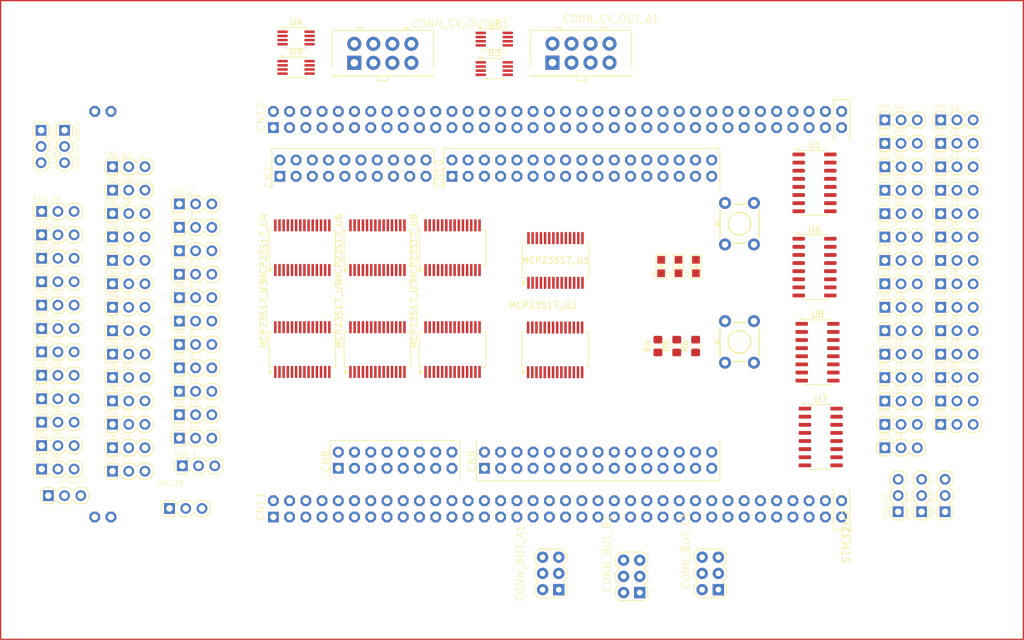
<source format=kicad_pcb>
(kicad_pcb (version 20241229) (generator "pcbnew") (generator_version "9.0")
  (layers (0 "F.Cu" signal) (2 "B.Cu" signal) (13 "F.Paste" user) (15 "B.Paste" user) (5 "F.SilkS" user "F.Silkscreen") (7 "B.SilkS" user "B.Silkscreen") (1 "F.Mask" user) (3 "B.Mask" user) (25 "Edge.Cuts" user))
  (net 0 "")
  (net 1 "GND")
  (net 2 "/BUT_8")
  (net 3 "/BUT_9")
  (net 4 "/CV_OUT_4")
  (net 5 "/CV_OUT_3")
  (net 6 "/CV_OUT_2")
  (net 7 "/CV_OUT_1")
  (net 8 "/CV_OUT_6")
  (net 9 "/CV_OUT_7")
  (net 10 "/CV_OUT_5")
  (net 11 "/CV_OUT_8")
  (net 12 "Net-(D1-PadA)")
  (net 13 "Net-(D2-PadA)")
  (net 14 "Net-(D3-PadA)")
  (net 15 "Net-(MCP23S17_U5-GPB1)")
  (net 16 "Net-(MCP23S17_U5-GPB0)")
  (net 17 "Net-(MCP23S17_U5-GPB2)")
  (net 18 "Net-(MCP23S17_U5-GPB5)")
  (net 19 "Net-(MCP23S17_U5-GPB3)")
  (net 20 "Net-(MCP23S17_U5-GPB4)")
  (net 21 "Net-(MCP23S17_U5-GPB6)")
  (net 22 "Net-(MCP23S17_U5-GPB7)")
  (net 23 "Net-(MCP23S17_U5-GPA0)")
  (net 24 "Net-(MCP23S17_U5-GPA2)")
  (net 25 "Net-(MCP23S17_U5-GPA1)")
  (net 26 "Net-(MCP23S17_U5-GPA3)")
  (net 27 "Net-(MCP23S17_U5-GPA4)")
  (net 28 "Net-(MCP23S17_U5-GPA5)")
  (net 29 "Net-(MCP23S17_U5-GPA6)")
  (net 30 "Net-(MCP23S17_U6-GPB1)")
  (net 31 "Net-(MCP23S17_U6-GPB0)")
  (net 32 "Net-(MCP23S17_U6-GPB2)")
  (net 33 "Net-(MCP23S17_U6-GPA0)")
  (net 34 "Net-(MCP23S17_U6-GPB6)")
  (net 35 "Net-(MCP23S17_U6-GPB7)")
  (net 36 "Net-(MCP23S17_U6-GPA4)")
  (net 37 "Net-(MCP23S17_U6-GPA5)")
  (net 38 "Net-(MCP23S17_U6-GPA6)")
  (net 39 "Net-(MCP23S17_U6-GPB4)")
  (net 40 "Net-(MCP23S17_U6-GPB3)")
  (net 41 "Net-(MCP23S17_U6-GPB5)")
  (net 42 "Net-(MCP23S17_U6-GPA3)")
  (net 43 "Net-(MCP23S17_U6-GPA1)")
  (net 44 "Net-(MCP23S17_U6-GPA2)")
  (net 45 "Net-(MCP23S17_U7-GPB0)")
  (net 46 "Net-(MCP23S17_U7-GPB2)")
  (net 47 "Net-(MCP23S17_U7-GPB1)")
  (net 48 "Net-(MCP23S17_U7-GPB6)")
  (net 49 "Net-(MCP23S17_U7-GPA0)")
  (net 50 "Net-(MCP23S17_U7-GPB7)")
  (net 51 "Net-(MCP23S17_U7-GPA6)")
  (net 52 "Net-(MCP23S17_U7-GPA5)")
  (net 53 "Net-(MCP23S17_U7-GPA4)")
  (net 54 "Net-(MCP23S17_U7-GPB3)")
  (net 55 "Net-(MCP23S17_U7-GPB4)")
  (net 56 "Net-(MCP23S17_U7-GPB5)")
  (net 57 "Net-(MCP23S17_U7-GPA3)")
  (net 58 "Net-(MCP23S17_U7-GPA2)")
  (net 59 "Net-(MCP23S17_U7-GPA1)")
  (net 60 "Net-(MCP23S17_U8-GPB1)")
  (net 61 "Net-(MCP23S17_U8-GPB2)")
  (net 62 "Net-(MCP23S17_U8-GPB0)")
  (net 63 "Net-(MCP23S17_U8-GPB7)")
  (net 64 "Net-(MCP23S17_U8-GPB6)")
  (net 65 "Net-(MCP23S17_U8-GPA0)")
  (net 66 "Net-(MCP23S17_U8-GPA4)")
  (net 67 "Net-(MCP23S17_U8-GPA5)")
  (net 68 "Net-(MCP23S17_U8-GPA6)")
  (net 69 "Net-(MCP23S17_U8-GPB4)")
  (net 70 "Net-(MCP23S17_U8-GPB5)")
  (net 71 "Net-(MCP23S17_U8-GPB3)")
  (net 72 "Net-(MCP23S17_U8-GPA2)")
  (net 73 "Net-(MCP23S17_U8-GPA3)")
  (net 74 "Net-(MCP23S17_U8-GPA1)")
  (net 75 "Net-(MCP23S17_U1-GPB2)")
  (net 76 "Net-(MCP23S17_U1-GPB0)")
  (net 77 "Net-(MCP23S17_U1-GPB1)")
  (net 78 "Net-(MCP23S17_U1-GPB6)")
  (net 79 "Net-(MCP23S17_U1-GPA0)")
  (net 80 "Net-(MCP23S17_U1-GPB7)")
  (net 81 "Net-(MCP23S17_U1-GPA5)")
  (net 82 "Net-(MCP23S17_U1-GPA6)")
  (net 83 "Net-(MCP23S17_U1-GPA4)")
  (net 84 "Net-(MCP23S17_U1-GPB4)")
  (net 85 "Net-(MCP23S17_U1-GPB3)")
  (net 86 "Net-(MCP23S17_U1-GPB5)")
  (net 87 "Net-(MCP23S17_U1-GPA3)")
  (net 88 "Net-(MCP23S17_U1-GPA1)")
  (net 89 "Net-(MCP23S17_U1-GPA2)")
  (net 90 "Net-(MCP23S17_U2-GPB3)")
  (net 91 "Net-(MCP23S17_U2-GPB5)")
  (net 92 "Net-(MCP23S17_U2-GPB4)")
  (net 93 "Net-(MCP23S17_U2-GPA3)")
  (net 94 "Net-(MCP23S17_U2-GPA2)")
  (net 95 "Net-(MCP23S17_U2-GPA1)")
  (net 96 "Net-(MCP23S17_U2-GPB1)")
  (net 97 "Net-(MCP23S17_U2-GPB2)")
  (net 98 "Net-(MCP23S17_U2-GPB0)")
  (net 99 "Net-(MCP23S17_U2-GPB6)")
  (net 100 "Net-(MCP23S17_U2-GPB7)")
  (net 101 "Net-(MCP23S17_U2-GPA0)")
  (net 102 "Net-(MCP23S17_U2-GPA4)")
  (net 103 "Net-(MCP23S17_U2-GPA6)")
  (net 104 "Net-(MCP23S17_U2-GPA5)")
  (net 105 "Net-(MCP23S17_U3-GPB4)")
  (net 106 "Net-(MCP23S17_U3-GPB5)")
  (net 107 "Net-(MCP23S17_U3-GPB3)")
  (net 108 "Net-(MCP23S17_U3-GPA2)")
  (net 109 "Net-(MCP23S17_U3-GPA1)")
  (net 110 "Net-(MCP23S17_U3-GPA3)")
  (net 111 "Net-(MCP23S17_U3-GPB0)")
  (net 112 "Net-(MCP23S17_U3-GPB1)")
  (net 113 "Net-(MCP23S17_U3-GPB2)")
  (net 114 "Net-(MCP23S17_U3-GPA0)")
  (net 115 "Net-(MCP23S17_U3-GPB7)")
  (net 116 "Net-(MCP23S17_U3-GPB6)")
  (net 117 "Net-(MCP23S17_U3-GPA5)")
  (net 118 "Net-(MCP23S17_U3-GPA6)")
  (net 119 "Net-(MCP23S17_U3-GPA4)")
  (net 120 "Net-(MCP23S17_U4-GPB5)")
  (net 121 "Net-(MCP23S17_U4-GPB3)")
  (net 122 "Net-(MCP23S17_U4-GPB4)")
  (net 123 "Net-(MCP23S17_U4-GPA3)")
  (net 124 "Net-(MCP23S17_U4-GPA1)")
  (net 125 "Net-(MCP23S17_U4-GPA2)")
  (net 126 "Net-(MCP23S17_U4-GPB1)")
  (net 127 "Net-(MCP23S17_U4-GPB2)")
  (net 128 "Net-(MCP23S17_U4-GPB0)")
  (net 129 "Net-(MCP23S17_U4-GPA0)")
  (net 130 "Net-(MCP23S17_U4-GPB6)")
  (net 131 "Net-(MCP23S17_U4-GPB7)")
  (net 132 "Net-(MCP23S17_U4-GPA6)")
  (net 133 "Net-(MCP23S17_U4-GPA4)")
  (net 134 "Net-(MCP23S17_U4-GPA5)")
  (net 135 "/SPI4_NSS")
  (net 136 "/MCP23S17_RST")
  (net 137 "/EXTI_5")
  (net 138 "/SPI4_MOSI")
  (net 139 "/EXTI_4")
  (net 140 "+3.3V")
  (net 141 "/SPI4_SCK")
  (net 142 "/SPI4_MISO")
  (net 144 "/EXTI_8")
  (net 146 "/EXTI_9")
  (net 147 "/EXTI_11")
  (net 148 "/EXTI_10")
  (net 151 "/EXTI_12")
  (net 152 "/EXTI_13")
  (net 153 "/EXTI_2")
  (net 155 "/EXTI_3")
  (net 157 "/EXTI_1")
  (net 158 "/EXTI_0")
  (net 159 "/EXTI_6")
  (net 160 "/EXTI_7")
  (net 163 "/EXTI_14")
  (net 164 "/EXTI_15")
  (net 165 "Net-(U6-CH0)")
  (net 166 "Net-(U6-CH1)")
  (net 167 "Net-(U6-CH2)")
  (net 168 "Net-(U6-CH3)")
  (net 169 "Net-(U6-CH7)")
  (net 170 "Net-(U6-CH6)")
  (net 171 "Net-(U6-CH5)")
  (net 172 "Net-(U6-CH4)")
  (net 173 "Net-(U7-CH0)")
  (net 174 "Net-(U7-CH1)")
  (net 175 "Net-(U7-CH2)")
  (net 176 "Net-(U7-CH3)")
  (net 177 "Net-(U7-CH7)")
  (net 178 "Net-(U7-CH6)")
  (net 179 "Net-(U7-CH5)")
  (net 180 "Net-(U7-CH4)")
  (net 181 "Net-(U8-CH0)")
  (net 182 "Net-(U8-CH1)")
  (net 183 "Net-(U8-CH2)")
  (net 184 "Net-(U8-CH3)")
  (net 185 "Net-(U8-CH7)")
  (net 186 "Net-(U8-CH6)")
  (net 187 "Net-(U8-CH5)")
  (net 188 "Net-(U8-CH4)")
  (net 189 "/LED_BLUE")
  (net 190 "/LED_GREEN")
  (net 191 "/SPI2_CS3")
  (net 192 "/SPI3_SCK")
  (net 193 "/SPI3_CS3")
  (net 194 "/SPI3_CS2")
  (net 195 "/SPI2_MOSI")
  (net 196 "/SPI3_MOSI")
  (net 197 "/SPI3_CS1")
  (net 198 "/SPI2_CS2")
  (net 199 "/SPI2_CS1")
  (net 200 "/SPI2_CS4")
  (net 201 "/SPI2_MISO")
  (net 202 "/SPI3_CS4")
  (net 203 "Net-(U1-CH0)")
  (net 204 "Net-(U1-CH1)")
  (net 205 "Net-(U1-CH2)")
  (net 206 "Net-(U1-CH3)")
  (net 207 "Net-(U1-CH7)")
  (net 208 "Net-(U1-CH6)")
  (net 209 "Net-(U1-CH5)")
  (net 210 "Net-(U1-CH4)")
  (net 211 "/SPI2_SCK")
  (net 460 "Net-(S3-2)")
  (net 461 "Net-(S2-2)")
  (footprint "stock-perso:M03" (layer "F.Cu") (at 205.864 111.681)
    (property "Reference" "POT_16")
    (property "Value" "~")
  )
  (footprint "stock-perso:M03" (layer "F.Cu") (at 212.7505 126.4855 90)
    (property "Reference" "POT_03")
    (property "Value" "~")
  )
  (footprint "stock-perso:M03" (layer "F.Cu") (at 95.5 91.833)
    (property "Reference" "ENC_5")
    (property "Value" "~")
  )
  (footprint "Package_SO:SOIC-16_3.9x9.9mm_P1.27mm" (layer "F.Cu") (at 192.324 77.53)
    (property "Reference" "U1")
    (property "Value" "MCP3208")
  )
  (footprint "stock-perso:M03" (layer "F.Cu") (at 73.96 115.002)
    (property "Reference" "ENC_38")
    (property "Value" "~")
  )
  (footprint "stock-perso:M03" (layer "F.Cu") (at 73.96 118.669)
    (property "Reference" "ENC_39")
    (property "Value" "~")
  )
  (footprint "stock-perso:M03" (layer "F.Cu") (at 214.611 82.345)
    (property "Reference" "POT_23")
    (property "Value" "~")
  )
  (footprint "stock-perso:M03" (layer "F.Cu") (at 205.864 104.347)
    (property "Reference" "POT_14")
    (property "Value" "~")
  )
  (footprint "Resistor_SMD:R_0805_2012Metric_Pad1.20x1.40mm_HandSolder" (layer "F.Cu") (at 167.824 103.08 90)
    (property "Reference" "R4")
    (property "Value" "180")
  )
  (footprint "stock-perso:NUCLEO_BRD144" (layer "F.Cu") (at 209.264 133.09 90)
    (property "Reference" "STM32H7")
    (property "Value" "Nucleo")
  )
  (footprint "stock-perso:M03" (layer "F.Cu") (at 85.04 82.334)
    (property "Reference" "ENC_16")
    (property "Value" "~")
  )
  (footprint "stock-perso:0805-LED" (layer "F.Cu") (at 171.051 90.63 90)
    (property "Reference" "D2")
    (property "Value" "LED_BLUE")
  )
  (footprint "Package_SO:SSOP-28_5.3x10.2mm_P0.65mm" (layer "F.Cu") (at 123.949 103.63 90)
    (property "Reference" "MCP23S17_U5")
    (property "Value" "MCP23S17_SS")
  )
  (footprint "stock-perso:M03" (layer "F.Cu") (at 205.864 89.679)
    (property "Reference" "POT_10")
    (property "Value" "~")
  )
  (footprint "stock-perso:M03" (layer "F.Cu") (at 73.96 100.334)
    (property "Reference" "ENC_34")
    (property "Value" "~")
  )
  (footprint "stock-perso:M03" (layer "F.Cu") (at 205.864 75.011)
    (property "Reference" "POT_06")
    (property "Value" "~")
  )
  (footprint "stock-perso:M03" (layer "F.Cu") (at 85.04 111.67)
    (property "Reference" "ENC_24")
    (property "Value" "~")
  )
  (footprint "Package_SO:SOIC-16_3.9x9.9mm_P1.27mm" (layer "F.Cu") (at 193.299 117.315)
    (property "Reference" "U7")
    (property "Value" "MCP3208")
  )
  (footprint "stock-perso:TACTILE_SWITCH_PTH_6.0MM_KIT" (layer "F.Cu") (at 180.5846 83.9288 90)
    (property "Reference" "S3")
    (property "Value" "~")
  )
  (footprint "stock-perso:M03" (layer "F.Cu") (at 205.864 82.345)
    (property "Reference" "POT_08")
    (property "Value" "~")
  )
  (footprint "stock-perso:0805-LED" (layer "F.Cu") (at 168.324 90.63 90)
    (property "Reference" "D1")
    (property "Value" "LED RED")
  )
  (footprint "stock-perso:M03" (layer "F.Cu") (at 205.864 100.68)
    (property "Reference" "POT_13")
    (property "Value" "~")
  )
  (footprint "stock-perso:M03" (layer "F.Cu") (at 73.96 81.999)
    (property "Reference" "ENC_29")
    (property "Value" "~")
  )
  (footprint "Package_SO:SSOP-28_5.3x10.2mm_P0.65mm" (layer "F.Cu") (at 135.699 87.68 90)
    (property "Reference" "MCP23S17_U8")
    (property "Value" "MCP23S17_SS")
  )
  (footprint "Package_SO:SSOP-28_5.3x10.2mm_P0.65mm" (layer "F.Cu") (at 112.199 103.63 90)
    (property "Reference" "MCP23S17_U3")
    (property "Value" "MCP23S17_SS")
  )
  (footprint "stock-perso:M03" (layer "F.Cu") (at 205.864 119.015)
    (property "Reference" "POT_18")
    (property "Value" "~")
  )
  (footprint "stock-perso:M03" (layer "F.Cu") (at 214.611 67.677)
    (property "Reference" "POT_19")
    (property "Value" "~")
  )
  (footprint "stock-perso:M03" (layer "F.Cu") (at 95.5 95.5)
    (property "Reference" "ENC_6")
    (property "Value" "~")
  )
  (footprint "Package_SO:SSOP-28_5.3x10.2mm_P0.65mm" (layer "F.Cu") (at 135.699 103.63 90)
    (property "Reference" "MCP23S17_U7")
    (property "Value" "MCP23S17_SS")
  )
  (footprint "stock-perso:M03" (layer "F.Cu") (at 85.04 97.002)
    (property "Reference" "ENC_20")
    (property "Value" "~")
  )
  (footprint "stock-perso:M04X2-FLOW_CONTROLER" (layer "F.Cu") (at 124.792593 57.248271)
    (property "Reference" "CONN_CV_OUT_B1")
    (property "Value" "~")
  )
  (footprint "stock-perso:M03" (layer "F.Cu") (at 95.5 84.499)
    (property "Reference" "ENC_3")
    (property "Value" "~")
  )
  (footprint "stock-perso:M03" (layer "F.Cu") (at 85.04 75)
    (property "Reference" "ENC_14")
    (property "Value" "~")
  )
  (footprint "stock-perso:M03" (layer "F.Cu") (at 214.611 71.344)
    (property "Reference" "POT_20")
    (property "Value" "~")
  )
  (footprint "stock-perso:0805-LED" (layer "F.Cu") (at 173.778 90.63 90)
    (property "Reference" "D3")
    (property "Value" "LED GREEN")
  )
  (footprint "stock-perso:M03" (layer "F.Cu") (at 214.611 78.678)
    (property "Reference" "POT_22")
    (property "Value" "~")
  )
  (footprint "stock-perso:M03X2" (layer "F.Cu") (at 176.014 138.68 90)
    (property "Reference" "CONN_BUT_C1")
    (property "Value" "~")
  )
  (footprint "Package_SO:SOIC-16_3.9x9.9mm_P1.27mm" (layer "F.Cu") (at 192.324 90.72)
    (property "Reference" "U6")
    (property "Value" "MCP3208")
  )
  (footprint "Resistor_SMD:R_0805_2012Metric_Pad1.20x1.40mm_HandSolder" (layer "F.Cu") (at 173.724 103.08 90)
    (property "Reference" "R6")
    (property "Value" "180")
  )
  (footprint "Package_SO:MSOP-8_3x3mm_P0.65mm" (layer "F.Cu") (at 142.220718 55.028276)
    (property "Reference" "U2")
    (property "Value" "MCP4822")
  )
  (footprint "stock-perso:M03" (layer "F.Cu") (at 95.5 110.168)
    (property "Reference" "ENC_10")
    (property "Value" "~")
  )
  (footprint "stock-perso:M03" (layer "F.Cu") (at 95.5 80.832)
    (property "Reference" "ENC_2")
    (property "Value" "~")
  )
  (footprint "stock-perso:M03" (layer "F.Cu") (at 95.5 99.167)
    (property "Reference" "ENC_7")
    (property "Value" "~")
  )
  (footprint "stock-perso:M03" (layer "F.Cu") (at 93.96 128.5)
    (property "Reference" "ENC_28")
    (property "Value" "~")
  )
  (footprint "stock-perso:M03" (layer "F.Cu") (at 73.96 111.335)
    (property "Reference" "ENC_37")
    (property "Value" "~")
  )
  (footprint "stock-perso:M03" (layer "F.Cu") (at 71.333 71.833 -90)
    (property "Reference" "CONN_MIDI1")
    (property "Value" "~")
  )
  (footprint "Package_SO:SOIC-16_3.9x9.9mm_P1.27mm" (layer "F.Cu") (at 192.799 104.045)
    (property "Reference" "U8")
    (property "Value" "MCP3208")
  )
  (footprint "stock-perso:M03" (layer "F.Cu") (at 205.864 108.014)
    (property "Reference" "POT_15")
    (property "Value" "~")
  )
  (footprint "stock-perso:M03" (layer "F.Cu") (at 214.611 115.348)
    (property "Reference" "POT_32")
    (property "Value" "~")
  )
  (footprint "stock-perso:M03" (layer "F.Cu") (at 214.611 97.013)
    (property "Reference" "POT_27")
    (property "Value" "~")
  )
  (footprint "stock-perso:M03" (layer "F.Cu") (at 85.04 122.671)
    (property "Reference" "ENC_27")
    (property "Value" "~")
  )
  (footprint "stock-perso:M04X2-FLOW_CONTROLER" (layer "F.Cu") (at 155.792593 57.224833)
    (property "Reference" "CONN_CV_OUT_A1")
    (property "Value" "~")
  )
  (footprint "Package_SO:MSOP-8_3x3mm_P0.65mm" (layer "F.Cu") (at 111.220718 59.452964)
    (property "Reference" "U9")
    (property "Value" "MCP4822")
  )
  (footprint "Package_SO:MSOP-8_3x3mm_P0.65mm" (layer "F.Cu") (at 142.220718 59.633276)
    (property "Reference" "U3")
    (property "Value" "MCP4822")
  )
  (footprint "stock-perso:M03" (layer "F.Cu") (at 209.0835 126.4855 90)
    (property "Reference" "POT_02")
    (property "Value" "~")
  )
  (footprint "stock-perso:M03" (layer "F.Cu") (at 75 126.5)
    (property "Reference" "ENC_13")
    (property "Value" "~")
  )
  (footprint "stock-perso:M03" (layer "F.Cu") (at 95.96 121.833)
    (property "Reference" "ENC_1")
    (property "Value" "~")
  )
  (footprint "stock-perso:M03" (layer "F.Cu") (at 95.5 102.834)
    (property "Reference" "ENC_8")
    (property "Value" "~")
  )
  (footprint "stock-perso:M03" (layer "F.Cu") (at 205.864 67.677)
    (property "Reference" "POT_04")
    (property "Value" "~")
  )
  (footprint "stock-perso:M03" (layer "F.Cu") (at 75 71.833 -90)
    (property "Reference" "CONN_INTER1")
    (property "Value" "~")
  )
  (footprint "stock-perso:M03" (layer "F.Cu") (at 85.04 89.668)
    (property "Reference" "ENC_18")
    (property "Value" "~")
  )
  (footprint "stock-perso:M03" (layer "F.Cu") (at 73.96 96.667)
    (property "Reference" "ENC_33")
    (property "Value" "~")
  )
  (footprint "stock-perso:M03" (layer "F.Cu") (at 205.864 93.346)
    (property "Reference" "POT_11")
    (property "Value" "~")
  )
  (footprint "stock-perso:M03" (layer "F.Cu") (at 205.864 86.012)
    (property "Reference" "POT_9")
    (property "Value" "~")
  )
  (footprint "stock-perso:M03" (layer "F.Cu") (at 73.96 122.336)
    (property "Reference" "ENC_40")
    (property "Value" "~")
  )
  (footprint "Package_SO:SSOP-28_5.3x10.2mm_P0.65mm" (layer "F.Cu") (at 151.749 103.68 90)
    (property "Reference" "MCP23S17_U2")
    (property "Value" "MCP23S17_SS")
  )
  (footprint "stock-perso:M03" (layer "F.Cu") (at 85.04 119.004)
    (property "Reference" "ENC_26")
    (property "Value" "~")
  )
  (footprint "stock-perso:M03" (layer "F.Cu") (at 205.864 71.344)
    (property "Reference" "POT_05")
    (property "Value" "~")
  )
  (footprint "stock-perso:M03" (layer "F.Cu") (at 73.96 85.666)
    (property "Reference" "ENC_30")
    (property "Value" "~")
  )
  (footprint "stock-perso:M03" (layer "F.Cu") (at 95.5 117.502)
    (property "Reference" "ENC_12")
    (property "Value" "~")
  )
  (footprint "stock-perso:M03" (layer "F.Cu") (at 95.5 106.501)
    (property "Reference" "ENC_9")
    (property "Value" "~")
  )
  (footprint "stock-perso:M03" (layer "F.Cu") (at 73.96 93)
    (property "Reference" "ENC_32")
    (property "Value" "~")
  )
  (footprint "stock-perso:M03" (layer "F.Cu") (at 205.864 97.013)
    (property "Reference" "POT_12")
    (property "Value" "~")
  )
  (footprint "stock-perso:M03" (layer "F.Cu") (at 85.04 86.001)
    (property "Reference" "ENC_17")
    (property "Value" "~")
  )
  (footprint "stock-perso:M03" (layer "F.Cu") (at 214.611 111.681)
    (property "Reference" "POT_31")
    (property "Value" "~")
  )
  (footprint "stock-perso:TACTILE_SWITCH_PTH_6.0MM_KIT" (layer "F.Cu") (at 180.5846 102.4312 90)
    (property "Reference" "S2")
    (property "Value" "~")
  )
  (footprint "stock-perso:M03" (layer "F.Cu") (at 205.864 115.348)
    (property "Reference" "POT_17")
    (property "Value" "~")
  )
  (footprint "stock-perso:M03" (layer "F.Cu") (at 205.864 78.678)
    (property "Reference" "POT_07")
    (property "Value" "~")
  )
  (footprint "stock-perso:M03" (layer "F.Cu") (at 214.611 100.68)
    (property "Reference" "POT_28")
    (property "Value" "~")
  )
  (footprint "Package_SO:SSOP-28_5.3x10.2mm_P0.65mm" (layer "F.Cu") (at 151.799 89.68 90)
    (property "Reference" "MCP23S17_U1")
    (property "Value" "MCP23S17_SS")
  )
  (footprint "stock-perso:M03" (layer "F.Cu") (at 85.04 104.336)
    (property "Reference" "ENC_22")
    (property "Value" "~")
  )
  (footprint "stock-perso:M03" (layer "F.Cu") (at 205.4165 126.4855 90)
    (property "Reference" "POT_01")
    (property "Value" "~")
  )
  (footprint "Resistor_SMD:R_0805_2012Metric_Pad1.20x1.40mm_HandSolder" (layer "F.Cu") (at 170.774 103.08 90)
    (property "Reference" "R5")
    (property "Value" "180")
  )
  (footprint "stock-perso:M03" (layer "F.Cu") (at 214.611 75.011)
    (property "Reference" "POT_21")
    (property "Value" "~")
  )
  (footprint "Package_SO:SSOP-28_5.3x10.2mm_P0.65mm" (layer "F.Cu") (at 112.199 87.68 90)
    (property "Reference" "MCP23S17_U4")
    (property "Value" "MCP23S17_SS")
  )
  (footprint "stock-perso:M03" (layer "F.Cu") (at 214.611 89.679)
    (property "Reference" "POT_25")
    (property "Value" "~")
  )
  (footprint "stock-perso:M03" (layer "F.Cu") (at 85.04 78.667)
    (property "Reference" "ENC_15")
    (property "Value" "~")
  )
  (footprint "stock-perso:M03" (layer "F.Cu") (at 214.611 104.347)
    (property "Reference" "POT_29")
    (property "Value" "~")
  )
  (footprint "stock-perso:M03" (layer "F.Cu") (at 95.5 113.835)
    (property "Reference" "ENC_11")
    (property "Value" "~")
  )
  (footprint "stock-perso:M03" (layer "F.Cu") (at 85.04 93.335)
    (property "Reference" "ENC_19")
    (property "Value" "~")
  )
  (footprint "stock-perso:M03" (layer "F.Cu") (at 73.96 89.333)
    (property "Reference" "ENC_31")
    (property "Value" "~")
  )
  (footprint "stock-perso:M03" (layer "F.Cu") (at 73.96 107.668)
    (property "Reference" "ENC_36")
    (property "Value" "~")
  )
  (footprint "Package_SO:MSOP-8_3x3mm_P0.65mm" (layer "F.Cu") (at 111.220718 54.847964)
    (property "Reference" "U4")
    (property "Value" "MCP4822")
  )
  (footprint "stock-perso:M03X2" (layer "F.Cu") (at 151.054 138.68 90)
    (property "Reference" "CONN_BUT_A1")
    (property "Value" "~")
  )
  (footprint "stock-perso:M03" (layer "F.Cu") (at 85.04 108.003)
    (property "Reference" "ENC_23")
    (property "Value" "~")
  )
  (footprint "stock-perso:M03" (layer "F.Cu") (at 214.611 93.346)
    (property "Reference" "POT_26")
    (property "Value" "~")
  )
  (footprint "stock-perso:M03" (layer "F.Cu") (at 214.611 108.014)
    (property "Reference" "POT_30")
    (property "Value" "~")
  )
  (footprint "stock-perso:M03" (layer "F.Cu") (at 85.04 100.669)
    (property "Reference" "ENC_21")
    (property "Value" "~")
  )
  (footprint "Package_SO:SSOP-28_5.3x10.2mm_P0.65mm" (layer "F.Cu") (at 123.949 87.68 90)
    (property "Reference" "MCP23S17_U6")
    (property "Value" "MCP23S17_SS")
  )
  (footprint "stock-perso:M03X2" (layer "F.Cu") (at 163.721 139.14 90)
    (property "Reference" "CONN_BUT_B1")
    (property "Value" "~")
  )
  (footprint "stock-perso:M03" (layer "F.Cu") (at 95.5 88.166)
    (property "Reference" "ENC_4")
    (property "Value" "~")
  )
  (footprint "stock-perso:M03" (layer "F.Cu") (at 214.611 86.012)
    (property "Reference" "POT_24")
    (property "Value" "~")
  )
  (footprint "stock-perso:M03" (layer "F.Cu") (at 73.96 104.001)
    (property "Reference" "ENC_35")
    (property "Value" "~")
  )
  (footprint "stock-perso:M03" (layer "F.Cu") (at 85.04 115.337)
    (property "Reference" "ENC_25")
    (property "Value" "~")
  )
  (gr_rect (start 65 49) (end 225 149) (stroke (width 0.2)) (fill no) (layer "F.Cu") (net 1))
)
</source>
